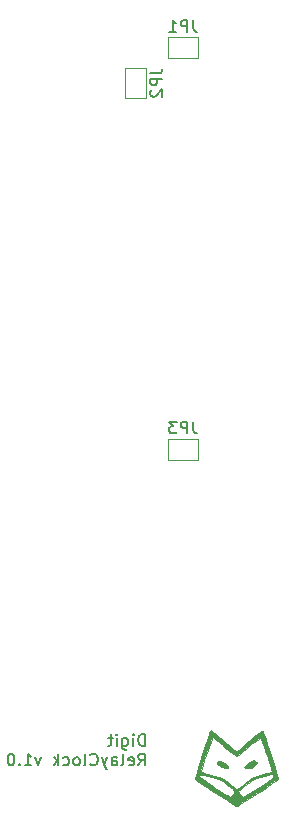
<source format=gbr>
G04 #@! TF.FileFunction,Legend,Bot*
%FSLAX46Y46*%
G04 Gerber Fmt 4.6, Leading zero omitted, Abs format (unit mm)*
G04 Created by KiCad (PCBNEW 4.0.4+e1-6308~48~ubuntu16.04.1-stable) date Sun Jan 28 16:13:34 2018*
%MOMM*%
%LPD*%
G01*
G04 APERTURE LIST*
%ADD10C,0.100000*%
%ADD11C,0.150000*%
%ADD12C,0.120000*%
%ADD13C,0.010000*%
G04 APERTURE END LIST*
D10*
D11*
X146761905Y-147127381D02*
X146761905Y-146127381D01*
X146523810Y-146127381D01*
X146380952Y-146175000D01*
X146285714Y-146270238D01*
X146238095Y-146365476D01*
X146190476Y-146555952D01*
X146190476Y-146698810D01*
X146238095Y-146889286D01*
X146285714Y-146984524D01*
X146380952Y-147079762D01*
X146523810Y-147127381D01*
X146761905Y-147127381D01*
X145761905Y-147127381D02*
X145761905Y-146460714D01*
X145761905Y-146127381D02*
X145809524Y-146175000D01*
X145761905Y-146222619D01*
X145714286Y-146175000D01*
X145761905Y-146127381D01*
X145761905Y-146222619D01*
X144857143Y-146460714D02*
X144857143Y-147270238D01*
X144904762Y-147365476D01*
X144952381Y-147413095D01*
X145047620Y-147460714D01*
X145190477Y-147460714D01*
X145285715Y-147413095D01*
X144857143Y-147079762D02*
X144952381Y-147127381D01*
X145142858Y-147127381D01*
X145238096Y-147079762D01*
X145285715Y-147032143D01*
X145333334Y-146936905D01*
X145333334Y-146651190D01*
X145285715Y-146555952D01*
X145238096Y-146508333D01*
X145142858Y-146460714D01*
X144952381Y-146460714D01*
X144857143Y-146508333D01*
X144380953Y-147127381D02*
X144380953Y-146460714D01*
X144380953Y-146127381D02*
X144428572Y-146175000D01*
X144380953Y-146222619D01*
X144333334Y-146175000D01*
X144380953Y-146127381D01*
X144380953Y-146222619D01*
X144047620Y-146460714D02*
X143666668Y-146460714D01*
X143904763Y-146127381D02*
X143904763Y-146984524D01*
X143857144Y-147079762D01*
X143761906Y-147127381D01*
X143666668Y-147127381D01*
X146190476Y-148777381D02*
X146523810Y-148301190D01*
X146761905Y-148777381D02*
X146761905Y-147777381D01*
X146380952Y-147777381D01*
X146285714Y-147825000D01*
X146238095Y-147872619D01*
X146190476Y-147967857D01*
X146190476Y-148110714D01*
X146238095Y-148205952D01*
X146285714Y-148253571D01*
X146380952Y-148301190D01*
X146761905Y-148301190D01*
X145380952Y-148729762D02*
X145476190Y-148777381D01*
X145666667Y-148777381D01*
X145761905Y-148729762D01*
X145809524Y-148634524D01*
X145809524Y-148253571D01*
X145761905Y-148158333D01*
X145666667Y-148110714D01*
X145476190Y-148110714D01*
X145380952Y-148158333D01*
X145333333Y-148253571D01*
X145333333Y-148348810D01*
X145809524Y-148444048D01*
X144761905Y-148777381D02*
X144857143Y-148729762D01*
X144904762Y-148634524D01*
X144904762Y-147777381D01*
X143952380Y-148777381D02*
X143952380Y-148253571D01*
X143999999Y-148158333D01*
X144095237Y-148110714D01*
X144285714Y-148110714D01*
X144380952Y-148158333D01*
X143952380Y-148729762D02*
X144047618Y-148777381D01*
X144285714Y-148777381D01*
X144380952Y-148729762D01*
X144428571Y-148634524D01*
X144428571Y-148539286D01*
X144380952Y-148444048D01*
X144285714Y-148396429D01*
X144047618Y-148396429D01*
X143952380Y-148348810D01*
X143571428Y-148110714D02*
X143333333Y-148777381D01*
X143095237Y-148110714D02*
X143333333Y-148777381D01*
X143428571Y-149015476D01*
X143476190Y-149063095D01*
X143571428Y-149110714D01*
X142142856Y-148682143D02*
X142190475Y-148729762D01*
X142333332Y-148777381D01*
X142428570Y-148777381D01*
X142571428Y-148729762D01*
X142666666Y-148634524D01*
X142714285Y-148539286D01*
X142761904Y-148348810D01*
X142761904Y-148205952D01*
X142714285Y-148015476D01*
X142666666Y-147920238D01*
X142571428Y-147825000D01*
X142428570Y-147777381D01*
X142333332Y-147777381D01*
X142190475Y-147825000D01*
X142142856Y-147872619D01*
X141571428Y-148777381D02*
X141666666Y-148729762D01*
X141714285Y-148634524D01*
X141714285Y-147777381D01*
X141047618Y-148777381D02*
X141142856Y-148729762D01*
X141190475Y-148682143D01*
X141238094Y-148586905D01*
X141238094Y-148301190D01*
X141190475Y-148205952D01*
X141142856Y-148158333D01*
X141047618Y-148110714D01*
X140904760Y-148110714D01*
X140809522Y-148158333D01*
X140761903Y-148205952D01*
X140714284Y-148301190D01*
X140714284Y-148586905D01*
X140761903Y-148682143D01*
X140809522Y-148729762D01*
X140904760Y-148777381D01*
X141047618Y-148777381D01*
X139857141Y-148729762D02*
X139952379Y-148777381D01*
X140142856Y-148777381D01*
X140238094Y-148729762D01*
X140285713Y-148682143D01*
X140333332Y-148586905D01*
X140333332Y-148301190D01*
X140285713Y-148205952D01*
X140238094Y-148158333D01*
X140142856Y-148110714D01*
X139952379Y-148110714D01*
X139857141Y-148158333D01*
X139428570Y-148777381D02*
X139428570Y-147777381D01*
X139333332Y-148396429D02*
X139047617Y-148777381D01*
X139047617Y-148110714D02*
X139428570Y-148491667D01*
X137952379Y-148110714D02*
X137714284Y-148777381D01*
X137476188Y-148110714D01*
X136571426Y-148777381D02*
X137142855Y-148777381D01*
X136857141Y-148777381D02*
X136857141Y-147777381D01*
X136952379Y-147920238D01*
X137047617Y-148015476D01*
X137142855Y-148063095D01*
X136142855Y-148682143D02*
X136095236Y-148729762D01*
X136142855Y-148777381D01*
X136190474Y-148729762D01*
X136142855Y-148682143D01*
X136142855Y-148777381D01*
X135476189Y-147777381D02*
X135380950Y-147777381D01*
X135285712Y-147825000D01*
X135238093Y-147872619D01*
X135190474Y-147967857D01*
X135142855Y-148158333D01*
X135142855Y-148396429D01*
X135190474Y-148586905D01*
X135238093Y-148682143D01*
X135285712Y-148729762D01*
X135380950Y-148777381D01*
X135476189Y-148777381D01*
X135571427Y-148729762D01*
X135619046Y-148682143D01*
X135666665Y-148586905D01*
X135714284Y-148396429D01*
X135714284Y-148158333D01*
X135666665Y-147967857D01*
X135619046Y-147872619D01*
X135571427Y-147825000D01*
X135476189Y-147777381D01*
D12*
X151270000Y-88890000D02*
X148730000Y-88890000D01*
X148730000Y-87110000D02*
X151270000Y-87110000D01*
X148730000Y-87110000D02*
X148730000Y-88890000D01*
X151270000Y-88890000D02*
X151270000Y-87110000D01*
X145110000Y-92270000D02*
X145110000Y-89730000D01*
X146890000Y-89730000D02*
X146890000Y-92270000D01*
X146890000Y-89730000D02*
X145110000Y-89730000D01*
X145110000Y-92270000D02*
X146890000Y-92270000D01*
X151270000Y-122890000D02*
X148730000Y-122890000D01*
X148730000Y-121110000D02*
X151270000Y-121110000D01*
X148730000Y-121110000D02*
X148730000Y-122890000D01*
X151270000Y-122890000D02*
X151270000Y-121110000D01*
D13*
G36*
X152281767Y-145885991D02*
X152199826Y-146103239D01*
X152081280Y-146438838D01*
X151933592Y-146871315D01*
X151764226Y-147379194D01*
X151609479Y-147852025D01*
X151401952Y-148496907D01*
X151245004Y-148999441D01*
X151134083Y-149377385D01*
X151064633Y-149648497D01*
X151032101Y-149830537D01*
X151031932Y-149941261D01*
X151059146Y-149998038D01*
X151154713Y-150067408D01*
X151364871Y-150209307D01*
X151665809Y-150408369D01*
X152033719Y-150649226D01*
X152444792Y-150916511D01*
X152875216Y-151194858D01*
X153301184Y-151468899D01*
X153698886Y-151723268D01*
X154044511Y-151942596D01*
X154314251Y-152111518D01*
X154484297Y-152214667D01*
X154532215Y-152239614D01*
X154607439Y-152194795D01*
X154804642Y-152070224D01*
X155103966Y-151878646D01*
X155485550Y-151632803D01*
X155929536Y-151345439D01*
X156247260Y-151139121D01*
X156725761Y-150826910D01*
X157158180Y-150542675D01*
X157523777Y-150300218D01*
X157801809Y-150113345D01*
X157971535Y-149995859D01*
X158013608Y-149963592D01*
X158005828Y-149869750D01*
X157960984Y-149680833D01*
X157647682Y-149680833D01*
X157572901Y-149790514D01*
X157350806Y-149978605D01*
X156983377Y-150243608D01*
X156472592Y-150584024D01*
X156356515Y-150659025D01*
X155066333Y-151489050D01*
X154875833Y-151268137D01*
X154746896Y-151099441D01*
X154692969Y-150995438D01*
X154346667Y-150995438D01*
X154293278Y-151117825D01*
X154165741Y-151280673D01*
X154099213Y-151353416D01*
X154040039Y-151401717D01*
X153967803Y-151416609D01*
X153862087Y-151389125D01*
X153702473Y-151310298D01*
X153468545Y-151171161D01*
X153139884Y-150962747D01*
X152696073Y-150676088D01*
X152499006Y-150548667D01*
X152011687Y-150223992D01*
X151660411Y-149967986D01*
X151449805Y-149784253D01*
X151384237Y-149680833D01*
X151406866Y-149555000D01*
X151432727Y-149532667D01*
X151555565Y-149553770D01*
X151794088Y-149608873D01*
X152101102Y-149685666D01*
X152429414Y-149771840D01*
X152731830Y-149855086D01*
X152961157Y-149923093D01*
X153054329Y-149955631D01*
X153226137Y-150052635D01*
X153461948Y-150215834D01*
X153725610Y-150416142D01*
X153980973Y-150624471D01*
X154191886Y-150811735D01*
X154322199Y-150948847D01*
X154346667Y-150995438D01*
X154692969Y-150995438D01*
X154686047Y-150982089D01*
X154685333Y-150975007D01*
X154746835Y-150898403D01*
X154907214Y-150749643D01*
X155130288Y-150558706D01*
X155379871Y-150355571D01*
X155619778Y-150170218D01*
X155813824Y-150032625D01*
X155851434Y-150008896D01*
X155981611Y-149956810D01*
X156228577Y-149877223D01*
X156544789Y-149783490D01*
X156882707Y-149688968D01*
X157194787Y-149607013D01*
X157433488Y-149550983D01*
X157542833Y-149533718D01*
X157631920Y-149602270D01*
X157647682Y-149680833D01*
X157960984Y-149680833D01*
X157951818Y-149642220D01*
X157872050Y-149351575D01*
X157547167Y-149351575D01*
X156730084Y-149547922D01*
X156330603Y-149650735D01*
X156032307Y-149752779D01*
X155773746Y-149883683D01*
X155493471Y-150073079D01*
X155235667Y-150268537D01*
X154949371Y-150488575D01*
X154717072Y-150664173D01*
X154568414Y-150773094D01*
X154530185Y-150797735D01*
X154455657Y-150751549D01*
X154278024Y-150623292D01*
X154027592Y-150435179D01*
X153852852Y-150301167D01*
X153523234Y-150056244D01*
X153250870Y-149887101D01*
X152973347Y-149763728D01*
X152628255Y-149656114D01*
X152371344Y-149588789D01*
X152020974Y-149497905D01*
X151738789Y-149420710D01*
X151560598Y-149367234D01*
X151517032Y-149349455D01*
X151530844Y-149259217D01*
X151590278Y-149041235D01*
X151685118Y-148726440D01*
X151805142Y-148345761D01*
X151940134Y-147930130D01*
X152079873Y-147510476D01*
X152214141Y-147117732D01*
X152332720Y-146782827D01*
X152425389Y-146536692D01*
X152481930Y-146410257D01*
X152491478Y-146400000D01*
X152574676Y-146452063D01*
X152761762Y-146595309D01*
X153028397Y-146810329D01*
X153350240Y-147077709D01*
X153500000Y-147204333D01*
X153838112Y-147488298D01*
X154131477Y-147728277D01*
X154355764Y-147904860D01*
X154486644Y-147998636D01*
X154508178Y-148008667D01*
X154591348Y-147956811D01*
X154778895Y-147814063D01*
X155046560Y-147599655D01*
X155370084Y-147332815D01*
X155528831Y-147199573D01*
X155868421Y-146920675D01*
X156163604Y-146692670D01*
X156390412Y-146532957D01*
X156524874Y-146458937D01*
X156549393Y-146458740D01*
X156594978Y-146557957D01*
X156683117Y-146790783D01*
X156803996Y-147129797D01*
X156947804Y-147547573D01*
X157079136Y-147939287D01*
X157547167Y-149351575D01*
X157872050Y-149351575D01*
X157859978Y-149307591D01*
X157738705Y-148892454D01*
X157596398Y-148423401D01*
X157441456Y-147927021D01*
X157282276Y-147429907D01*
X157127257Y-146958647D01*
X156984797Y-146539834D01*
X156863294Y-146200057D01*
X156771147Y-145965908D01*
X156719717Y-145866858D01*
X156638253Y-145896050D01*
X156452030Y-146019927D01*
X156183721Y-146221663D01*
X155856001Y-146484435D01*
X155608458Y-146691376D01*
X155253364Y-146990902D01*
X154944324Y-147247609D01*
X154703791Y-147443162D01*
X154554220Y-147559227D01*
X154516000Y-147583393D01*
X154440322Y-147531585D01*
X154258187Y-147388313D01*
X153992118Y-147171832D01*
X153664638Y-146900394D01*
X153420306Y-146695375D01*
X153063741Y-146397171D01*
X152752905Y-146141756D01*
X152510439Y-145947372D01*
X152358985Y-145832261D01*
X152319640Y-145808570D01*
X152281767Y-145885991D01*
X152281767Y-145885991D01*
G37*
X152281767Y-145885991D02*
X152199826Y-146103239D01*
X152081280Y-146438838D01*
X151933592Y-146871315D01*
X151764226Y-147379194D01*
X151609479Y-147852025D01*
X151401952Y-148496907D01*
X151245004Y-148999441D01*
X151134083Y-149377385D01*
X151064633Y-149648497D01*
X151032101Y-149830537D01*
X151031932Y-149941261D01*
X151059146Y-149998038D01*
X151154713Y-150067408D01*
X151364871Y-150209307D01*
X151665809Y-150408369D01*
X152033719Y-150649226D01*
X152444792Y-150916511D01*
X152875216Y-151194858D01*
X153301184Y-151468899D01*
X153698886Y-151723268D01*
X154044511Y-151942596D01*
X154314251Y-152111518D01*
X154484297Y-152214667D01*
X154532215Y-152239614D01*
X154607439Y-152194795D01*
X154804642Y-152070224D01*
X155103966Y-151878646D01*
X155485550Y-151632803D01*
X155929536Y-151345439D01*
X156247260Y-151139121D01*
X156725761Y-150826910D01*
X157158180Y-150542675D01*
X157523777Y-150300218D01*
X157801809Y-150113345D01*
X157971535Y-149995859D01*
X158013608Y-149963592D01*
X158005828Y-149869750D01*
X157960984Y-149680833D01*
X157647682Y-149680833D01*
X157572901Y-149790514D01*
X157350806Y-149978605D01*
X156983377Y-150243608D01*
X156472592Y-150584024D01*
X156356515Y-150659025D01*
X155066333Y-151489050D01*
X154875833Y-151268137D01*
X154746896Y-151099441D01*
X154692969Y-150995438D01*
X154346667Y-150995438D01*
X154293278Y-151117825D01*
X154165741Y-151280673D01*
X154099213Y-151353416D01*
X154040039Y-151401717D01*
X153967803Y-151416609D01*
X153862087Y-151389125D01*
X153702473Y-151310298D01*
X153468545Y-151171161D01*
X153139884Y-150962747D01*
X152696073Y-150676088D01*
X152499006Y-150548667D01*
X152011687Y-150223992D01*
X151660411Y-149967986D01*
X151449805Y-149784253D01*
X151384237Y-149680833D01*
X151406866Y-149555000D01*
X151432727Y-149532667D01*
X151555565Y-149553770D01*
X151794088Y-149608873D01*
X152101102Y-149685666D01*
X152429414Y-149771840D01*
X152731830Y-149855086D01*
X152961157Y-149923093D01*
X153054329Y-149955631D01*
X153226137Y-150052635D01*
X153461948Y-150215834D01*
X153725610Y-150416142D01*
X153980973Y-150624471D01*
X154191886Y-150811735D01*
X154322199Y-150948847D01*
X154346667Y-150995438D01*
X154692969Y-150995438D01*
X154686047Y-150982089D01*
X154685333Y-150975007D01*
X154746835Y-150898403D01*
X154907214Y-150749643D01*
X155130288Y-150558706D01*
X155379871Y-150355571D01*
X155619778Y-150170218D01*
X155813824Y-150032625D01*
X155851434Y-150008896D01*
X155981611Y-149956810D01*
X156228577Y-149877223D01*
X156544789Y-149783490D01*
X156882707Y-149688968D01*
X157194787Y-149607013D01*
X157433488Y-149550983D01*
X157542833Y-149533718D01*
X157631920Y-149602270D01*
X157647682Y-149680833D01*
X157960984Y-149680833D01*
X157951818Y-149642220D01*
X157872050Y-149351575D01*
X157547167Y-149351575D01*
X156730084Y-149547922D01*
X156330603Y-149650735D01*
X156032307Y-149752779D01*
X155773746Y-149883683D01*
X155493471Y-150073079D01*
X155235667Y-150268537D01*
X154949371Y-150488575D01*
X154717072Y-150664173D01*
X154568414Y-150773094D01*
X154530185Y-150797735D01*
X154455657Y-150751549D01*
X154278024Y-150623292D01*
X154027592Y-150435179D01*
X153852852Y-150301167D01*
X153523234Y-150056244D01*
X153250870Y-149887101D01*
X152973347Y-149763728D01*
X152628255Y-149656114D01*
X152371344Y-149588789D01*
X152020974Y-149497905D01*
X151738789Y-149420710D01*
X151560598Y-149367234D01*
X151517032Y-149349455D01*
X151530844Y-149259217D01*
X151590278Y-149041235D01*
X151685118Y-148726440D01*
X151805142Y-148345761D01*
X151940134Y-147930130D01*
X152079873Y-147510476D01*
X152214141Y-147117732D01*
X152332720Y-146782827D01*
X152425389Y-146536692D01*
X152481930Y-146410257D01*
X152491478Y-146400000D01*
X152574676Y-146452063D01*
X152761762Y-146595309D01*
X153028397Y-146810329D01*
X153350240Y-147077709D01*
X153500000Y-147204333D01*
X153838112Y-147488298D01*
X154131477Y-147728277D01*
X154355764Y-147904860D01*
X154486644Y-147998636D01*
X154508178Y-148008667D01*
X154591348Y-147956811D01*
X154778895Y-147814063D01*
X155046560Y-147599655D01*
X155370084Y-147332815D01*
X155528831Y-147199573D01*
X155868421Y-146920675D01*
X156163604Y-146692670D01*
X156390412Y-146532957D01*
X156524874Y-146458937D01*
X156549393Y-146458740D01*
X156594978Y-146557957D01*
X156683117Y-146790783D01*
X156803996Y-147129797D01*
X156947804Y-147547573D01*
X157079136Y-147939287D01*
X157547167Y-149351575D01*
X157872050Y-149351575D01*
X157859978Y-149307591D01*
X157738705Y-148892454D01*
X157596398Y-148423401D01*
X157441456Y-147927021D01*
X157282276Y-147429907D01*
X157127257Y-146958647D01*
X156984797Y-146539834D01*
X156863294Y-146200057D01*
X156771147Y-145965908D01*
X156719717Y-145866858D01*
X156638253Y-145896050D01*
X156452030Y-146019927D01*
X156183721Y-146221663D01*
X155856001Y-146484435D01*
X155608458Y-146691376D01*
X155253364Y-146990902D01*
X154944324Y-147247609D01*
X154703791Y-147443162D01*
X154554220Y-147559227D01*
X154516000Y-147583393D01*
X154440322Y-147531585D01*
X154258187Y-147388313D01*
X153992118Y-147171832D01*
X153664638Y-146900394D01*
X153420306Y-146695375D01*
X153063741Y-146397171D01*
X152752905Y-146141756D01*
X152510439Y-145947372D01*
X152358985Y-145832261D01*
X152319640Y-145808570D01*
X152281767Y-145885991D01*
G36*
X155803466Y-148398978D02*
X155604408Y-148526583D01*
X155402170Y-148689156D01*
X155248181Y-148845707D01*
X155193333Y-148948771D01*
X155265708Y-148998881D01*
X155439325Y-149016382D01*
X155648925Y-148999501D01*
X155786000Y-148964873D01*
X155939572Y-148875737D01*
X156102443Y-148746125D01*
X156226356Y-148598915D01*
X156215385Y-148484179D01*
X156197909Y-148460568D01*
X156036901Y-148362079D01*
X155947913Y-148347333D01*
X155803466Y-148398978D01*
X155803466Y-148398978D01*
G37*
X155803466Y-148398978D02*
X155604408Y-148526583D01*
X155402170Y-148689156D01*
X155248181Y-148845707D01*
X155193333Y-148948771D01*
X155265708Y-148998881D01*
X155439325Y-149016382D01*
X155648925Y-148999501D01*
X155786000Y-148964873D01*
X155939572Y-148875737D01*
X156102443Y-148746125D01*
X156226356Y-148598915D01*
X156215385Y-148484179D01*
X156197909Y-148460568D01*
X156036901Y-148362079D01*
X155947913Y-148347333D01*
X155803466Y-148398978D01*
G36*
X152923850Y-148433660D02*
X152833899Y-148536103D01*
X152889162Y-148684739D01*
X153092062Y-148852751D01*
X153307203Y-148952029D01*
X153536489Y-149012181D01*
X153728092Y-149025649D01*
X153830185Y-148984878D01*
X153835622Y-148961167D01*
X153784594Y-148859398D01*
X153662936Y-148690868D01*
X153636069Y-148657468D01*
X153393970Y-148458668D01*
X153155347Y-148403468D01*
X152923850Y-148433660D01*
X152923850Y-148433660D01*
G37*
X152923850Y-148433660D02*
X152833899Y-148536103D01*
X152889162Y-148684739D01*
X153092062Y-148852751D01*
X153307203Y-148952029D01*
X153536489Y-149012181D01*
X153728092Y-149025649D01*
X153830185Y-148984878D01*
X153835622Y-148961167D01*
X153784594Y-148859398D01*
X153662936Y-148690868D01*
X153636069Y-148657468D01*
X153393970Y-148458668D01*
X153155347Y-148403468D01*
X152923850Y-148433660D01*
D11*
X150833333Y-85672381D02*
X150833333Y-86386667D01*
X150880953Y-86529524D01*
X150976191Y-86624762D01*
X151119048Y-86672381D01*
X151214286Y-86672381D01*
X150357143Y-86672381D02*
X150357143Y-85672381D01*
X149976190Y-85672381D01*
X149880952Y-85720000D01*
X149833333Y-85767619D01*
X149785714Y-85862857D01*
X149785714Y-86005714D01*
X149833333Y-86100952D01*
X149880952Y-86148571D01*
X149976190Y-86196190D01*
X150357143Y-86196190D01*
X148833333Y-86672381D02*
X149404762Y-86672381D01*
X149119048Y-86672381D02*
X149119048Y-85672381D01*
X149214286Y-85815238D01*
X149309524Y-85910476D01*
X149404762Y-85958095D01*
X147232381Y-90166667D02*
X147946667Y-90166667D01*
X148089524Y-90119047D01*
X148184762Y-90023809D01*
X148232381Y-89880952D01*
X148232381Y-89785714D01*
X148232381Y-90642857D02*
X147232381Y-90642857D01*
X147232381Y-91023810D01*
X147280000Y-91119048D01*
X147327619Y-91166667D01*
X147422857Y-91214286D01*
X147565714Y-91214286D01*
X147660952Y-91166667D01*
X147708571Y-91119048D01*
X147756190Y-91023810D01*
X147756190Y-90642857D01*
X147327619Y-91595238D02*
X147280000Y-91642857D01*
X147232381Y-91738095D01*
X147232381Y-91976191D01*
X147280000Y-92071429D01*
X147327619Y-92119048D01*
X147422857Y-92166667D01*
X147518095Y-92166667D01*
X147660952Y-92119048D01*
X148232381Y-91547619D01*
X148232381Y-92166667D01*
X150833333Y-119672381D02*
X150833333Y-120386667D01*
X150880953Y-120529524D01*
X150976191Y-120624762D01*
X151119048Y-120672381D01*
X151214286Y-120672381D01*
X150357143Y-120672381D02*
X150357143Y-119672381D01*
X149976190Y-119672381D01*
X149880952Y-119720000D01*
X149833333Y-119767619D01*
X149785714Y-119862857D01*
X149785714Y-120005714D01*
X149833333Y-120100952D01*
X149880952Y-120148571D01*
X149976190Y-120196190D01*
X150357143Y-120196190D01*
X149452381Y-119672381D02*
X148833333Y-119672381D01*
X149166667Y-120053333D01*
X149023809Y-120053333D01*
X148928571Y-120100952D01*
X148880952Y-120148571D01*
X148833333Y-120243810D01*
X148833333Y-120481905D01*
X148880952Y-120577143D01*
X148928571Y-120624762D01*
X149023809Y-120672381D01*
X149309524Y-120672381D01*
X149404762Y-120624762D01*
X149452381Y-120577143D01*
M02*

</source>
